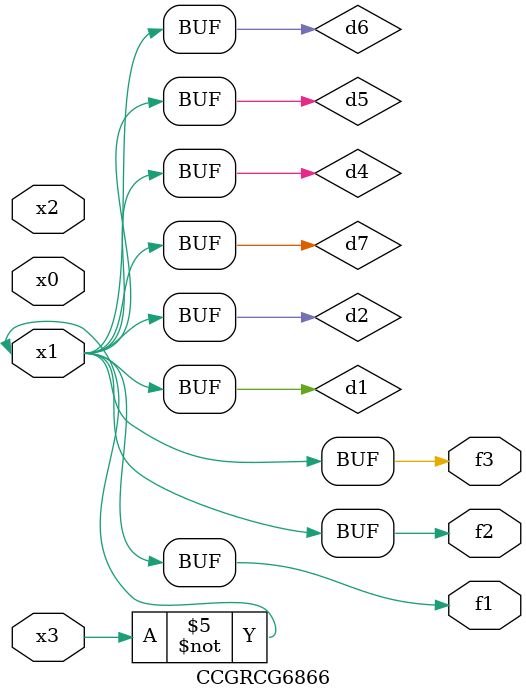
<source format=v>
module CCGRCG6866(
	input x0, x1, x2, x3,
	output f1, f2, f3
);

	wire d1, d2, d3, d4, d5, d6, d7;

	not (d1, x3);
	buf (d2, x1);
	xnor (d3, d1, d2);
	nor (d4, d1);
	buf (d5, d1, d2);
	buf (d6, d4, d5);
	nand (d7, d4);
	assign f1 = d6;
	assign f2 = d7;
	assign f3 = d6;
endmodule

</source>
